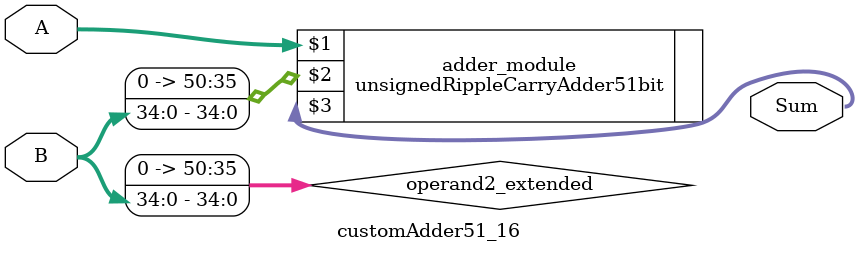
<source format=v>
module customAdder51_16(
                        input [50 : 0] A,
                        input [34 : 0] B,
                        
                        output [51 : 0] Sum
                );

        wire [50 : 0] operand2_extended;
        
        assign operand2_extended =  {16'b0, B};
        
        unsignedRippleCarryAdder51bit adder_module(
            A,
            operand2_extended,
            Sum
        );
        
        endmodule
        
</source>
